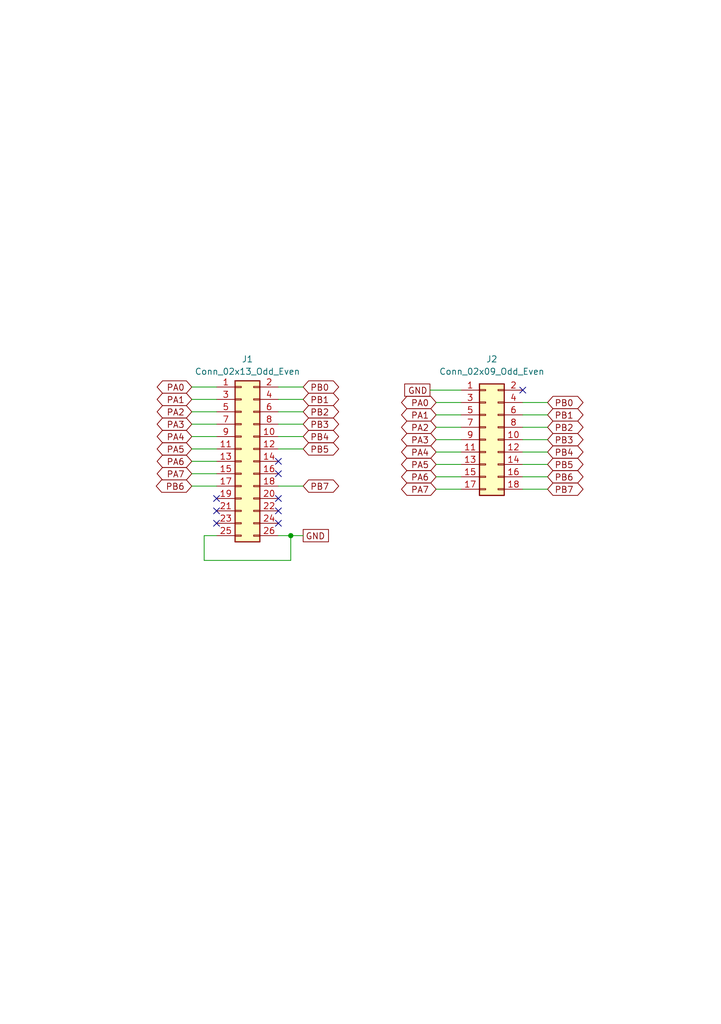
<source format=kicad_sch>
(kicad_sch (version 20230121) (generator eeschema)

  (uuid 8d5c1deb-8fff-42cc-a002-2d47c5944a37)

  (paper "A5" portrait)

  (lib_symbols
    (symbol "Connector_Generic:Conn_02x09_Odd_Even" (pin_names (offset 1.016) hide) (in_bom yes) (on_board yes)
      (property "Reference" "J" (at 1.27 12.7 0)
        (effects (font (size 1.27 1.27)))
      )
      (property "Value" "Conn_02x09_Odd_Even" (at 1.27 -12.7 0)
        (effects (font (size 1.27 1.27)))
      )
      (property "Footprint" "" (at 0 0 0)
        (effects (font (size 1.27 1.27)) hide)
      )
      (property "Datasheet" "~" (at 0 0 0)
        (effects (font (size 1.27 1.27)) hide)
      )
      (property "ki_keywords" "connector" (at 0 0 0)
        (effects (font (size 1.27 1.27)) hide)
      )
      (property "ki_description" "Generic connector, double row, 02x09, odd/even pin numbering scheme (row 1 odd numbers, row 2 even numbers), script generated (kicad-library-utils/schlib/autogen/connector/)" (at 0 0 0)
        (effects (font (size 1.27 1.27)) hide)
      )
      (property "ki_fp_filters" "Connector*:*_2x??_*" (at 0 0 0)
        (effects (font (size 1.27 1.27)) hide)
      )
      (symbol "Conn_02x09_Odd_Even_1_1"
        (rectangle (start -1.27 -10.033) (end 0 -10.287)
          (stroke (width 0.1524) (type default))
          (fill (type none))
        )
        (rectangle (start -1.27 -7.493) (end 0 -7.747)
          (stroke (width 0.1524) (type default))
          (fill (type none))
        )
        (rectangle (start -1.27 -4.953) (end 0 -5.207)
          (stroke (width 0.1524) (type default))
          (fill (type none))
        )
        (rectangle (start -1.27 -2.413) (end 0 -2.667)
          (stroke (width 0.1524) (type default))
          (fill (type none))
        )
        (rectangle (start -1.27 0.127) (end 0 -0.127)
          (stroke (width 0.1524) (type default))
          (fill (type none))
        )
        (rectangle (start -1.27 2.667) (end 0 2.413)
          (stroke (width 0.1524) (type default))
          (fill (type none))
        )
        (rectangle (start -1.27 5.207) (end 0 4.953)
          (stroke (width 0.1524) (type default))
          (fill (type none))
        )
        (rectangle (start -1.27 7.747) (end 0 7.493)
          (stroke (width 0.1524) (type default))
          (fill (type none))
        )
        (rectangle (start -1.27 10.287) (end 0 10.033)
          (stroke (width 0.1524) (type default))
          (fill (type none))
        )
        (rectangle (start -1.27 11.43) (end 3.81 -11.43)
          (stroke (width 0.254) (type default))
          (fill (type background))
        )
        (rectangle (start 3.81 -10.033) (end 2.54 -10.287)
          (stroke (width 0.1524) (type default))
          (fill (type none))
        )
        (rectangle (start 3.81 -7.493) (end 2.54 -7.747)
          (stroke (width 0.1524) (type default))
          (fill (type none))
        )
        (rectangle (start 3.81 -4.953) (end 2.54 -5.207)
          (stroke (width 0.1524) (type default))
          (fill (type none))
        )
        (rectangle (start 3.81 -2.413) (end 2.54 -2.667)
          (stroke (width 0.1524) (type default))
          (fill (type none))
        )
        (rectangle (start 3.81 0.127) (end 2.54 -0.127)
          (stroke (width 0.1524) (type default))
          (fill (type none))
        )
        (rectangle (start 3.81 2.667) (end 2.54 2.413)
          (stroke (width 0.1524) (type default))
          (fill (type none))
        )
        (rectangle (start 3.81 5.207) (end 2.54 4.953)
          (stroke (width 0.1524) (type default))
          (fill (type none))
        )
        (rectangle (start 3.81 7.747) (end 2.54 7.493)
          (stroke (width 0.1524) (type default))
          (fill (type none))
        )
        (rectangle (start 3.81 10.287) (end 2.54 10.033)
          (stroke (width 0.1524) (type default))
          (fill (type none))
        )
        (pin passive line (at -5.08 10.16 0) (length 3.81)
          (name "Pin_1" (effects (font (size 1.27 1.27))))
          (number "1" (effects (font (size 1.27 1.27))))
        )
        (pin passive line (at 7.62 0 180) (length 3.81)
          (name "Pin_10" (effects (font (size 1.27 1.27))))
          (number "10" (effects (font (size 1.27 1.27))))
        )
        (pin passive line (at -5.08 -2.54 0) (length 3.81)
          (name "Pin_11" (effects (font (size 1.27 1.27))))
          (number "11" (effects (font (size 1.27 1.27))))
        )
        (pin passive line (at 7.62 -2.54 180) (length 3.81)
          (name "Pin_12" (effects (font (size 1.27 1.27))))
          (number "12" (effects (font (size 1.27 1.27))))
        )
        (pin passive line (at -5.08 -5.08 0) (length 3.81)
          (name "Pin_13" (effects (font (size 1.27 1.27))))
          (number "13" (effects (font (size 1.27 1.27))))
        )
        (pin passive line (at 7.62 -5.08 180) (length 3.81)
          (name "Pin_14" (effects (font (size 1.27 1.27))))
          (number "14" (effects (font (size 1.27 1.27))))
        )
        (pin passive line (at -5.08 -7.62 0) (length 3.81)
          (name "Pin_15" (effects (font (size 1.27 1.27))))
          (number "15" (effects (font (size 1.27 1.27))))
        )
        (pin passive line (at 7.62 -7.62 180) (length 3.81)
          (name "Pin_16" (effects (font (size 1.27 1.27))))
          (number "16" (effects (font (size 1.27 1.27))))
        )
        (pin passive line (at -5.08 -10.16 0) (length 3.81)
          (name "Pin_17" (effects (font (size 1.27 1.27))))
          (number "17" (effects (font (size 1.27 1.27))))
        )
        (pin passive line (at 7.62 -10.16 180) (length 3.81)
          (name "Pin_18" (effects (font (size 1.27 1.27))))
          (number "18" (effects (font (size 1.27 1.27))))
        )
        (pin passive line (at 7.62 10.16 180) (length 3.81)
          (name "Pin_2" (effects (font (size 1.27 1.27))))
          (number "2" (effects (font (size 1.27 1.27))))
        )
        (pin passive line (at -5.08 7.62 0) (length 3.81)
          (name "Pin_3" (effects (font (size 1.27 1.27))))
          (number "3" (effects (font (size 1.27 1.27))))
        )
        (pin passive line (at 7.62 7.62 180) (length 3.81)
          (name "Pin_4" (effects (font (size 1.27 1.27))))
          (number "4" (effects (font (size 1.27 1.27))))
        )
        (pin passive line (at -5.08 5.08 0) (length 3.81)
          (name "Pin_5" (effects (font (size 1.27 1.27))))
          (number "5" (effects (font (size 1.27 1.27))))
        )
        (pin passive line (at 7.62 5.08 180) (length 3.81)
          (name "Pin_6" (effects (font (size 1.27 1.27))))
          (number "6" (effects (font (size 1.27 1.27))))
        )
        (pin passive line (at -5.08 2.54 0) (length 3.81)
          (name "Pin_7" (effects (font (size 1.27 1.27))))
          (number "7" (effects (font (size 1.27 1.27))))
        )
        (pin passive line (at 7.62 2.54 180) (length 3.81)
          (name "Pin_8" (effects (font (size 1.27 1.27))))
          (number "8" (effects (font (size 1.27 1.27))))
        )
        (pin passive line (at -5.08 0 0) (length 3.81)
          (name "Pin_9" (effects (font (size 1.27 1.27))))
          (number "9" (effects (font (size 1.27 1.27))))
        )
      )
    )
    (symbol "Connector_Generic:Conn_02x13_Odd_Even" (pin_names (offset 1.016) hide) (in_bom yes) (on_board yes)
      (property "Reference" "J" (at 1.27 17.78 0)
        (effects (font (size 1.27 1.27)))
      )
      (property "Value" "Conn_02x13_Odd_Even" (at 1.27 -17.78 0)
        (effects (font (size 1.27 1.27)))
      )
      (property "Footprint" "" (at 0 0 0)
        (effects (font (size 1.27 1.27)) hide)
      )
      (property "Datasheet" "~" (at 0 0 0)
        (effects (font (size 1.27 1.27)) hide)
      )
      (property "ki_keywords" "connector" (at 0 0 0)
        (effects (font (size 1.27 1.27)) hide)
      )
      (property "ki_description" "Generic connector, double row, 02x13, odd/even pin numbering scheme (row 1 odd numbers, row 2 even numbers), script generated (kicad-library-utils/schlib/autogen/connector/)" (at 0 0 0)
        (effects (font (size 1.27 1.27)) hide)
      )
      (property "ki_fp_filters" "Connector*:*_2x??_*" (at 0 0 0)
        (effects (font (size 1.27 1.27)) hide)
      )
      (symbol "Conn_02x13_Odd_Even_1_1"
        (rectangle (start -1.27 -15.113) (end 0 -15.367)
          (stroke (width 0.1524) (type default))
          (fill (type none))
        )
        (rectangle (start -1.27 -12.573) (end 0 -12.827)
          (stroke (width 0.1524) (type default))
          (fill (type none))
        )
        (rectangle (start -1.27 -10.033) (end 0 -10.287)
          (stroke (width 0.1524) (type default))
          (fill (type none))
        )
        (rectangle (start -1.27 -7.493) (end 0 -7.747)
          (stroke (width 0.1524) (type default))
          (fill (type none))
        )
        (rectangle (start -1.27 -4.953) (end 0 -5.207)
          (stroke (width 0.1524) (type default))
          (fill (type none))
        )
        (rectangle (start -1.27 -2.413) (end 0 -2.667)
          (stroke (width 0.1524) (type default))
          (fill (type none))
        )
        (rectangle (start -1.27 0.127) (end 0 -0.127)
          (stroke (width 0.1524) (type default))
          (fill (type none))
        )
        (rectangle (start -1.27 2.667) (end 0 2.413)
          (stroke (width 0.1524) (type default))
          (fill (type none))
        )
        (rectangle (start -1.27 5.207) (end 0 4.953)
          (stroke (width 0.1524) (type default))
          (fill (type none))
        )
        (rectangle (start -1.27 7.747) (end 0 7.493)
          (stroke (width 0.1524) (type default))
          (fill (type none))
        )
        (rectangle (start -1.27 10.287) (end 0 10.033)
          (stroke (width 0.1524) (type default))
          (fill (type none))
        )
        (rectangle (start -1.27 12.827) (end 0 12.573)
          (stroke (width 0.1524) (type default))
          (fill (type none))
        )
        (rectangle (start -1.27 15.367) (end 0 15.113)
          (stroke (width 0.1524) (type default))
          (fill (type none))
        )
        (rectangle (start -1.27 16.51) (end 3.81 -16.51)
          (stroke (width 0.254) (type default))
          (fill (type background))
        )
        (rectangle (start 3.81 -15.113) (end 2.54 -15.367)
          (stroke (width 0.1524) (type default))
          (fill (type none))
        )
        (rectangle (start 3.81 -12.573) (end 2.54 -12.827)
          (stroke (width 0.1524) (type default))
          (fill (type none))
        )
        (rectangle (start 3.81 -10.033) (end 2.54 -10.287)
          (stroke (width 0.1524) (type default))
          (fill (type none))
        )
        (rectangle (start 3.81 -7.493) (end 2.54 -7.747)
          (stroke (width 0.1524) (type default))
          (fill (type none))
        )
        (rectangle (start 3.81 -4.953) (end 2.54 -5.207)
          (stroke (width 0.1524) (type default))
          (fill (type none))
        )
        (rectangle (start 3.81 -2.413) (end 2.54 -2.667)
          (stroke (width 0.1524) (type default))
          (fill (type none))
        )
        (rectangle (start 3.81 0.127) (end 2.54 -0.127)
          (stroke (width 0.1524) (type default))
          (fill (type none))
        )
        (rectangle (start 3.81 2.667) (end 2.54 2.413)
          (stroke (width 0.1524) (type default))
          (fill (type none))
        )
        (rectangle (start 3.81 5.207) (end 2.54 4.953)
          (stroke (width 0.1524) (type default))
          (fill (type none))
        )
        (rectangle (start 3.81 7.747) (end 2.54 7.493)
          (stroke (width 0.1524) (type default))
          (fill (type none))
        )
        (rectangle (start 3.81 10.287) (end 2.54 10.033)
          (stroke (width 0.1524) (type default))
          (fill (type none))
        )
        (rectangle (start 3.81 12.827) (end 2.54 12.573)
          (stroke (width 0.1524) (type default))
          (fill (type none))
        )
        (rectangle (start 3.81 15.367) (end 2.54 15.113)
          (stroke (width 0.1524) (type default))
          (fill (type none))
        )
        (pin passive line (at -5.08 15.24 0) (length 3.81)
          (name "Pin_1" (effects (font (size 1.27 1.27))))
          (number "1" (effects (font (size 1.27 1.27))))
        )
        (pin passive line (at 7.62 5.08 180) (length 3.81)
          (name "Pin_10" (effects (font (size 1.27 1.27))))
          (number "10" (effects (font (size 1.27 1.27))))
        )
        (pin passive line (at -5.08 2.54 0) (length 3.81)
          (name "Pin_11" (effects (font (size 1.27 1.27))))
          (number "11" (effects (font (size 1.27 1.27))))
        )
        (pin passive line (at 7.62 2.54 180) (length 3.81)
          (name "Pin_12" (effects (font (size 1.27 1.27))))
          (number "12" (effects (font (size 1.27 1.27))))
        )
        (pin passive line (at -5.08 0 0) (length 3.81)
          (name "Pin_13" (effects (font (size 1.27 1.27))))
          (number "13" (effects (font (size 1.27 1.27))))
        )
        (pin passive line (at 7.62 0 180) (length 3.81)
          (name "Pin_14" (effects (font (size 1.27 1.27))))
          (number "14" (effects (font (size 1.27 1.27))))
        )
        (pin passive line (at -5.08 -2.54 0) (length 3.81)
          (name "Pin_15" (effects (font (size 1.27 1.27))))
          (number "15" (effects (font (size 1.27 1.27))))
        )
        (pin passive line (at 7.62 -2.54 180) (length 3.81)
          (name "Pin_16" (effects (font (size 1.27 1.27))))
          (number "16" (effects (font (size 1.27 1.27))))
        )
        (pin passive line (at -5.08 -5.08 0) (length 3.81)
          (name "Pin_17" (effects (font (size 1.27 1.27))))
          (number "17" (effects (font (size 1.27 1.27))))
        )
        (pin passive line (at 7.62 -5.08 180) (length 3.81)
          (name "Pin_18" (effects (font (size 1.27 1.27))))
          (number "18" (effects (font (size 1.27 1.27))))
        )
        (pin passive line (at -5.08 -7.62 0) (length 3.81)
          (name "Pin_19" (effects (font (size 1.27 1.27))))
          (number "19" (effects (font (size 1.27 1.27))))
        )
        (pin passive line (at 7.62 15.24 180) (length 3.81)
          (name "Pin_2" (effects (font (size 1.27 1.27))))
          (number "2" (effects (font (size 1.27 1.27))))
        )
        (pin passive line (at 7.62 -7.62 180) (length 3.81)
          (name "Pin_20" (effects (font (size 1.27 1.27))))
          (number "20" (effects (font (size 1.27 1.27))))
        )
        (pin passive line (at -5.08 -10.16 0) (length 3.81)
          (name "Pin_21" (effects (font (size 1.27 1.27))))
          (number "21" (effects (font (size 1.27 1.27))))
        )
        (pin passive line (at 7.62 -10.16 180) (length 3.81)
          (name "Pin_22" (effects (font (size 1.27 1.27))))
          (number "22" (effects (font (size 1.27 1.27))))
        )
        (pin passive line (at -5.08 -12.7 0) (length 3.81)
          (name "Pin_23" (effects (font (size 1.27 1.27))))
          (number "23" (effects (font (size 1.27 1.27))))
        )
        (pin passive line (at 7.62 -12.7 180) (length 3.81)
          (name "Pin_24" (effects (font (size 1.27 1.27))))
          (number "24" (effects (font (size 1.27 1.27))))
        )
        (pin passive line (at -5.08 -15.24 0) (length 3.81)
          (name "Pin_25" (effects (font (size 1.27 1.27))))
          (number "25" (effects (font (size 1.27 1.27))))
        )
        (pin passive line (at 7.62 -15.24 180) (length 3.81)
          (name "Pin_26" (effects (font (size 1.27 1.27))))
          (number "26" (effects (font (size 1.27 1.27))))
        )
        (pin passive line (at -5.08 12.7 0) (length 3.81)
          (name "Pin_3" (effects (font (size 1.27 1.27))))
          (number "3" (effects (font (size 1.27 1.27))))
        )
        (pin passive line (at 7.62 12.7 180) (length 3.81)
          (name "Pin_4" (effects (font (size 1.27 1.27))))
          (number "4" (effects (font (size 1.27 1.27))))
        )
        (pin passive line (at -5.08 10.16 0) (length 3.81)
          (name "Pin_5" (effects (font (size 1.27 1.27))))
          (number "5" (effects (font (size 1.27 1.27))))
        )
        (pin passive line (at 7.62 10.16 180) (length 3.81)
          (name "Pin_6" (effects (font (size 1.27 1.27))))
          (number "6" (effects (font (size 1.27 1.27))))
        )
        (pin passive line (at -5.08 7.62 0) (length 3.81)
          (name "Pin_7" (effects (font (size 1.27 1.27))))
          (number "7" (effects (font (size 1.27 1.27))))
        )
        (pin passive line (at 7.62 7.62 180) (length 3.81)
          (name "Pin_8" (effects (font (size 1.27 1.27))))
          (number "8" (effects (font (size 1.27 1.27))))
        )
        (pin passive line (at -5.08 5.08 0) (length 3.81)
          (name "Pin_9" (effects (font (size 1.27 1.27))))
          (number "9" (effects (font (size 1.27 1.27))))
        )
      )
    )
  )

  (junction (at 59.69 109.855) (diameter 0) (color 0 0 0 0)
    (uuid ff538c56-b88e-4971-9bfd-fc22627dd00d)
  )

  (no_connect (at 44.45 107.315) (uuid 2e6ac81b-7542-41d8-a52f-ed84c878070c))
  (no_connect (at 107.315 80.01) (uuid 32b92036-c729-4400-8e53-efbad825f7a4))
  (no_connect (at 44.45 102.235) (uuid 6bd386f2-8f14-403c-855d-8e4cf2e1c989))
  (no_connect (at 57.15 97.155) (uuid 6fbe7a14-66d9-4421-9fda-f4fd8c843a13))
  (no_connect (at 57.15 102.235) (uuid 810bb290-b737-406b-a947-be71dc4a782a))
  (no_connect (at 57.15 107.315) (uuid 81816027-7132-4e89-abd1-180f045b7249))
  (no_connect (at 44.45 104.775) (uuid a6896f43-fadb-4b1d-b369-900e1939e62a))
  (no_connect (at 57.15 104.775) (uuid e49349b2-0dee-40d8-83f7-905391bee25d))
  (no_connect (at 57.15 94.615) (uuid f234a040-6934-46ea-9671-1dead6b8266e))

  (wire (pts (xy 59.69 109.855) (xy 57.15 109.855))
    (stroke (width 0) (type default))
    (uuid 1c7c477d-f777-4be2-95ef-cfcc4009d250)
  )
  (wire (pts (xy 39.37 81.915) (xy 44.45 81.915))
    (stroke (width 0) (type default))
    (uuid 1d2c20aa-b73d-40a5-8f7c-038c82692ae3)
  )
  (wire (pts (xy 89.535 97.79) (xy 94.615 97.79))
    (stroke (width 0) (type default))
    (uuid 29b8cb43-5020-4a5b-a591-65303889158a)
  )
  (wire (pts (xy 89.535 95.25) (xy 94.615 95.25))
    (stroke (width 0) (type default))
    (uuid 2be1671d-9bdf-4a94-a621-3b3b8fdaf69d)
  )
  (wire (pts (xy 44.45 109.855) (xy 41.91 109.855))
    (stroke (width 0) (type default))
    (uuid 2d636e16-40de-4249-bb08-62a3da7a17a8)
  )
  (wire (pts (xy 59.69 114.935) (xy 59.69 109.855))
    (stroke (width 0) (type default))
    (uuid 32342f38-eb85-4d5c-9a51-005893f76983)
  )
  (wire (pts (xy 89.535 100.33) (xy 94.615 100.33))
    (stroke (width 0) (type default))
    (uuid 32a81963-17e3-41db-90c7-c759811bb987)
  )
  (wire (pts (xy 57.15 84.455) (xy 62.23 84.455))
    (stroke (width 0) (type default))
    (uuid 3f3f5ef8-f0f5-4cc5-a663-1710c158c84e)
  )
  (wire (pts (xy 59.69 109.855) (xy 62.23 109.855))
    (stroke (width 0) (type default))
    (uuid 618a52e5-f318-47eb-9da1-55fd7148ea24)
  )
  (wire (pts (xy 39.37 97.155) (xy 44.45 97.155))
    (stroke (width 0) (type default))
    (uuid 651d51de-0ede-4a9f-b7f4-50151f587f0c)
  )
  (wire (pts (xy 57.15 86.995) (xy 62.23 86.995))
    (stroke (width 0) (type default))
    (uuid 729f31c4-3f26-426b-8ec1-f83df5585d99)
  )
  (wire (pts (xy 39.37 94.615) (xy 44.45 94.615))
    (stroke (width 0) (type default))
    (uuid 74237c9e-2a52-4d84-ac7b-211d7b888c9f)
  )
  (wire (pts (xy 39.37 92.075) (xy 44.45 92.075))
    (stroke (width 0) (type default))
    (uuid 742bec30-cad8-4386-8404-f8f7b598a272)
  )
  (wire (pts (xy 39.37 79.375) (xy 44.45 79.375))
    (stroke (width 0) (type default))
    (uuid 75493584-cd5f-4bdb-8522-068404d72d7d)
  )
  (wire (pts (xy 107.315 95.25) (xy 112.395 95.25))
    (stroke (width 0) (type default))
    (uuid 7a947afa-3131-461b-bde7-be273b59018c)
  )
  (wire (pts (xy 107.315 97.79) (xy 112.395 97.79))
    (stroke (width 0) (type default))
    (uuid 87a6cf14-f09c-41f1-a0cb-558bc298d512)
  )
  (wire (pts (xy 107.315 92.71) (xy 112.395 92.71))
    (stroke (width 0) (type default))
    (uuid 8c025de2-f961-4282-9785-2658b69485bb)
  )
  (wire (pts (xy 57.15 92.075) (xy 62.23 92.075))
    (stroke (width 0) (type default))
    (uuid 951a81ad-21ac-47bf-973d-69bf2974a612)
  )
  (wire (pts (xy 88.265 80.01) (xy 94.615 80.01))
    (stroke (width 0) (type default))
    (uuid 976a6ed4-7f5b-4f20-9095-edc54989afda)
  )
  (wire (pts (xy 107.315 100.33) (xy 112.395 100.33))
    (stroke (width 0) (type default))
    (uuid 9911d130-f91c-40d4-9e04-00683d916a5c)
  )
  (wire (pts (xy 39.37 89.535) (xy 44.45 89.535))
    (stroke (width 0) (type default))
    (uuid 9d414bd4-63bb-47e8-9b9b-9e50af1e8b05)
  )
  (wire (pts (xy 89.535 92.71) (xy 94.615 92.71))
    (stroke (width 0) (type default))
    (uuid 9de35bea-fef2-4f79-a651-0b669ca749ef)
  )
  (wire (pts (xy 89.535 85.09) (xy 94.615 85.09))
    (stroke (width 0) (type default))
    (uuid a365ebd0-5fed-4cba-bffb-94812feaf4a2)
  )
  (wire (pts (xy 57.15 89.535) (xy 62.23 89.535))
    (stroke (width 0) (type default))
    (uuid a9453ef8-bcac-4795-b85f-bcec872c6034)
  )
  (wire (pts (xy 107.315 87.63) (xy 112.395 87.63))
    (stroke (width 0) (type default))
    (uuid abba0cf3-dd56-472e-9ef2-b61b1e7ab0b0)
  )
  (wire (pts (xy 57.15 79.375) (xy 62.23 79.375))
    (stroke (width 0) (type default))
    (uuid ae3e167c-bb11-49be-86e3-52b714b821c3)
  )
  (wire (pts (xy 107.315 85.09) (xy 112.395 85.09))
    (stroke (width 0) (type default))
    (uuid b351b6cb-d7c2-446a-a52c-d28697c44187)
  )
  (wire (pts (xy 57.15 99.695) (xy 62.23 99.695))
    (stroke (width 0) (type default))
    (uuid bf289d2d-b759-4329-9e45-5bd1b4481517)
  )
  (wire (pts (xy 41.91 114.935) (xy 59.69 114.935))
    (stroke (width 0) (type default))
    (uuid bf5bdc87-b4aa-4a08-b3e8-e91a0e81b454)
  )
  (wire (pts (xy 89.535 87.63) (xy 94.615 87.63))
    (stroke (width 0) (type default))
    (uuid c5add846-89ed-4d5e-925c-9641583ae055)
  )
  (wire (pts (xy 39.37 86.995) (xy 44.45 86.995))
    (stroke (width 0) (type default))
    (uuid c8a85d7d-a610-4e05-997d-c45a72d93767)
  )
  (wire (pts (xy 57.15 81.915) (xy 62.23 81.915))
    (stroke (width 0) (type default))
    (uuid cfe41b1f-a1d0-4c70-b4ce-93d3cff27762)
  )
  (wire (pts (xy 89.535 90.17) (xy 94.615 90.17))
    (stroke (width 0) (type default))
    (uuid d188b52b-8c04-40a9-bc20-e21b896093fb)
  )
  (wire (pts (xy 39.37 99.695) (xy 44.45 99.695))
    (stroke (width 0) (type default))
    (uuid d551a544-cd8c-4090-9cd3-8487a1af0bfc)
  )
  (wire (pts (xy 107.315 82.55) (xy 112.395 82.55))
    (stroke (width 0) (type default))
    (uuid d88b1572-755c-4453-b95a-c65f0a98ed5d)
  )
  (wire (pts (xy 89.535 82.55) (xy 94.615 82.55))
    (stroke (width 0) (type default))
    (uuid e00f1377-8b61-4a9d-b929-c68b0c52dd27)
  )
  (wire (pts (xy 41.91 109.855) (xy 41.91 114.935))
    (stroke (width 0) (type default))
    (uuid e9286b15-a683-434b-b0dd-2f32a7d7e1c2)
  )
  (wire (pts (xy 107.315 90.17) (xy 112.395 90.17))
    (stroke (width 0) (type default))
    (uuid fa544fe0-451a-4f78-ab3e-946ca6833399)
  )
  (wire (pts (xy 39.37 84.455) (xy 44.45 84.455))
    (stroke (width 0) (type default))
    (uuid ffa0b160-12d9-4192-a9d7-570ef8a3abcb)
  )

  (global_label "PA7" (shape bidirectional) (at 89.535 100.33 180) (fields_autoplaced)
    (effects (font (size 1.27 1.27)) (justify right))
    (uuid 07178b50-04f6-4cb5-a219-157c38f7f712)
    (property "Intersheetrefs" "${INTERSHEET_REFS}" (at 81.8704 100.33 0)
      (effects (font (size 1.27 1.27)) (justify right) hide)
    )
  )
  (global_label "PB1" (shape bidirectional) (at 112.395 85.09 0) (fields_autoplaced)
    (effects (font (size 1.27 1.27)) (justify left))
    (uuid 0f903f21-3161-48d4-a0b6-d66b5799fe06)
    (property "Intersheetrefs" "${INTERSHEET_REFS}" (at 120.241 85.09 0)
      (effects (font (size 1.27 1.27)) (justify left) hide)
    )
  )
  (global_label "PA6" (shape bidirectional) (at 89.535 97.79 180) (fields_autoplaced)
    (effects (font (size 1.27 1.27)) (justify right))
    (uuid 18ad9b34-a35b-4b55-90e9-a7668f92c0d6)
    (property "Intersheetrefs" "${INTERSHEET_REFS}" (at 81.8704 97.79 0)
      (effects (font (size 1.27 1.27)) (justify right) hide)
    )
  )
  (global_label "GND" (shape passive) (at 62.23 109.855 0) (fields_autoplaced)
    (effects (font (size 1.27 1.27)) (justify left))
    (uuid 1a32c7be-de67-4147-8389-8645fdaa66bd)
    (property "Intersheetrefs" "${INTERSHEET_REFS}" (at 67.9744 109.855 0)
      (effects (font (size 1.27 1.27)) (justify left) hide)
    )
  )
  (global_label "PB2" (shape bidirectional) (at 112.395 87.63 0) (fields_autoplaced)
    (effects (font (size 1.27 1.27)) (justify left))
    (uuid 251a84d9-2b57-42ed-a013-eebb8fd27625)
    (property "Intersheetrefs" "${INTERSHEET_REFS}" (at 120.241 87.63 0)
      (effects (font (size 1.27 1.27)) (justify left) hide)
    )
  )
  (global_label "PA3" (shape bidirectional) (at 89.535 90.17 180) (fields_autoplaced)
    (effects (font (size 1.27 1.27)) (justify right))
    (uuid 2bd18e5f-88db-421a-82b3-bab8a86c1a5f)
    (property "Intersheetrefs" "${INTERSHEET_REFS}" (at 81.8704 90.17 0)
      (effects (font (size 1.27 1.27)) (justify right) hide)
    )
  )
  (global_label "PB7" (shape bidirectional) (at 112.395 100.33 0) (fields_autoplaced)
    (effects (font (size 1.27 1.27)) (justify left))
    (uuid 2d4cc7eb-152c-4608-96a2-2e3b685a598a)
    (property "Intersheetrefs" "${INTERSHEET_REFS}" (at 120.241 100.33 0)
      (effects (font (size 1.27 1.27)) (justify left) hide)
    )
  )
  (global_label "PA5" (shape bidirectional) (at 89.535 95.25 180) (fields_autoplaced)
    (effects (font (size 1.27 1.27)) (justify right))
    (uuid 2d97c74c-fac4-4a08-b914-3c4e824f9a71)
    (property "Intersheetrefs" "${INTERSHEET_REFS}" (at 81.8704 95.25 0)
      (effects (font (size 1.27 1.27)) (justify right) hide)
    )
  )
  (global_label "PB6" (shape bidirectional) (at 39.37 99.695 180) (fields_autoplaced)
    (effects (font (size 1.27 1.27)) (justify right))
    (uuid 2f61ec5b-58b9-4603-bb1b-d628861b91ee)
    (property "Intersheetrefs" "${INTERSHEET_REFS}" (at 31.524 99.695 0)
      (effects (font (size 1.27 1.27)) (justify right) hide)
    )
  )
  (global_label "PA3" (shape bidirectional) (at 39.37 86.995 180) (fields_autoplaced)
    (effects (font (size 1.27 1.27)) (justify right))
    (uuid 2fd0ff08-8606-4a4f-9bb1-8619b11734f9)
    (property "Intersheetrefs" "${INTERSHEET_REFS}" (at 31.7054 86.995 0)
      (effects (font (size 1.27 1.27)) (justify right) hide)
    )
  )
  (global_label "PB1" (shape bidirectional) (at 62.23 81.915 0) (fields_autoplaced)
    (effects (font (size 1.27 1.27)) (justify left))
    (uuid 3f3303ff-9d59-4ccf-a4e3-a1150f9bd7cd)
    (property "Intersheetrefs" "${INTERSHEET_REFS}" (at 70.076 81.915 0)
      (effects (font (size 1.27 1.27)) (justify left) hide)
    )
  )
  (global_label "PB4" (shape bidirectional) (at 112.395 92.71 0) (fields_autoplaced)
    (effects (font (size 1.27 1.27)) (justify left))
    (uuid 4195e35f-410d-436b-baad-5e6bda66e897)
    (property "Intersheetrefs" "${INTERSHEET_REFS}" (at 120.241 92.71 0)
      (effects (font (size 1.27 1.27)) (justify left) hide)
    )
  )
  (global_label "PB5" (shape bidirectional) (at 112.395 95.25 0) (fields_autoplaced)
    (effects (font (size 1.27 1.27)) (justify left))
    (uuid 495275c3-0934-4d5d-861d-eee7403a299c)
    (property "Intersheetrefs" "${INTERSHEET_REFS}" (at 120.241 95.25 0)
      (effects (font (size 1.27 1.27)) (justify left) hide)
    )
  )
  (global_label "PA4" (shape bidirectional) (at 89.535 92.71 180) (fields_autoplaced)
    (effects (font (size 1.27 1.27)) (justify right))
    (uuid 4d0c9eea-acd7-431c-8547-79cfa4444f33)
    (property "Intersheetrefs" "${INTERSHEET_REFS}" (at 81.8704 92.71 0)
      (effects (font (size 1.27 1.27)) (justify right) hide)
    )
  )
  (global_label "PA0" (shape bidirectional) (at 89.535 82.55 180) (fields_autoplaced)
    (effects (font (size 1.27 1.27)) (justify right))
    (uuid 50b986af-6932-44bb-bba4-7314d631b2ce)
    (property "Intersheetrefs" "${INTERSHEET_REFS}" (at 81.8704 82.55 0)
      (effects (font (size 1.27 1.27)) (justify right) hide)
    )
  )
  (global_label "PB2" (shape bidirectional) (at 62.23 84.455 0) (fields_autoplaced)
    (effects (font (size 1.27 1.27)) (justify left))
    (uuid 7b078a3a-17c8-4d8d-b187-0207575468ef)
    (property "Intersheetrefs" "${INTERSHEET_REFS}" (at 70.076 84.455 0)
      (effects (font (size 1.27 1.27)) (justify left) hide)
    )
  )
  (global_label "PA0" (shape bidirectional) (at 39.37 79.375 180) (fields_autoplaced)
    (effects (font (size 1.27 1.27)) (justify right))
    (uuid 8c5c7deb-d6f5-4359-bdc6-808c52b490d8)
    (property "Intersheetrefs" "${INTERSHEET_REFS}" (at 31.7054 79.375 0)
      (effects (font (size 1.27 1.27)) (justify right) hide)
    )
  )
  (global_label "PB6" (shape bidirectional) (at 112.395 97.79 0) (fields_autoplaced)
    (effects (font (size 1.27 1.27)) (justify left))
    (uuid 8cb85423-5be9-4b37-9bf6-2f3ab1d74cd8)
    (property "Intersheetrefs" "${INTERSHEET_REFS}" (at 120.241 97.79 0)
      (effects (font (size 1.27 1.27)) (justify left) hide)
    )
  )
  (global_label "PA6" (shape bidirectional) (at 39.37 94.615 180) (fields_autoplaced)
    (effects (font (size 1.27 1.27)) (justify right))
    (uuid 93f4630b-df5a-420d-aec5-43c1f11bfa6a)
    (property "Intersheetrefs" "${INTERSHEET_REFS}" (at 31.7054 94.615 0)
      (effects (font (size 1.27 1.27)) (justify right) hide)
    )
  )
  (global_label "PA2" (shape bidirectional) (at 89.535 87.63 180) (fields_autoplaced)
    (effects (font (size 1.27 1.27)) (justify right))
    (uuid acf4e8a8-e71e-407e-9882-308234ae79cb)
    (property "Intersheetrefs" "${INTERSHEET_REFS}" (at 81.8704 87.63 0)
      (effects (font (size 1.27 1.27)) (justify right) hide)
    )
  )
  (global_label "PB4" (shape bidirectional) (at 62.23 89.535 0) (fields_autoplaced)
    (effects (font (size 1.27 1.27)) (justify left))
    (uuid b31a5970-43ca-4b3a-9c57-a57ffee60e83)
    (property "Intersheetrefs" "${INTERSHEET_REFS}" (at 70.076 89.535 0)
      (effects (font (size 1.27 1.27)) (justify left) hide)
    )
  )
  (global_label "PA2" (shape bidirectional) (at 39.37 84.455 180) (fields_autoplaced)
    (effects (font (size 1.27 1.27)) (justify right))
    (uuid b31ebdeb-544f-4848-8c79-330b410bbe4b)
    (property "Intersheetrefs" "${INTERSHEET_REFS}" (at 31.7054 84.455 0)
      (effects (font (size 1.27 1.27)) (justify right) hide)
    )
  )
  (global_label "PB0" (shape bidirectional) (at 112.395 82.55 0) (fields_autoplaced)
    (effects (font (size 1.27 1.27)) (justify left))
    (uuid bae6306f-ebe8-4263-a682-92939c86d8c6)
    (property "Intersheetrefs" "${INTERSHEET_REFS}" (at 120.241 82.55 0)
      (effects (font (size 1.27 1.27)) (justify left) hide)
    )
  )
  (global_label "PA1" (shape bidirectional) (at 39.37 81.915 180) (fields_autoplaced)
    (effects (font (size 1.27 1.27)) (justify right))
    (uuid bb2b9a1a-69a3-453a-ae5a-5a50b092708b)
    (property "Intersheetrefs" "${INTERSHEET_REFS}" (at 31.7054 81.915 0)
      (effects (font (size 1.27 1.27)) (justify right) hide)
    )
  )
  (global_label "PB3" (shape bidirectional) (at 112.395 90.17 0) (fields_autoplaced)
    (effects (font (size 1.27 1.27)) (justify left))
    (uuid de0b437d-7509-47e8-aee3-371197e3c747)
    (property "Intersheetrefs" "${INTERSHEET_REFS}" (at 120.241 90.17 0)
      (effects (font (size 1.27 1.27)) (justify left) hide)
    )
  )
  (global_label "PA7" (shape bidirectional) (at 39.37 97.155 180) (fields_autoplaced)
    (effects (font (size 1.27 1.27)) (justify right))
    (uuid de278998-dc5d-437a-aebe-fbf081601d14)
    (property "Intersheetrefs" "${INTERSHEET_REFS}" (at 31.7054 97.155 0)
      (effects (font (size 1.27 1.27)) (justify right) hide)
    )
  )
  (global_label "PB0" (shape bidirectional) (at 62.23 79.375 0) (fields_autoplaced)
    (effects (font (size 1.27 1.27)) (justify left))
    (uuid de76ea8e-03a0-4074-8d1a-9c46e3f567a2)
    (property "Intersheetrefs" "${INTERSHEET_REFS}" (at 70.076 79.375 0)
      (effects (font (size 1.27 1.27)) (justify left) hide)
    )
  )
  (global_label "PB7" (shape bidirectional) (at 62.23 99.695 0) (fields_autoplaced)
    (effects (font (size 1.27 1.27)) (justify left))
    (uuid dfd30f02-56c1-4dfa-b244-70359c9026ad)
    (property "Intersheetrefs" "${INTERSHEET_REFS}" (at 70.076 99.695 0)
      (effects (font (size 1.27 1.27)) (justify left) hide)
    )
  )
  (global_label "GND" (shape passive) (at 88.265 80.01 180) (fields_autoplaced)
    (effects (font (size 1.27 1.27)) (justify right))
    (uuid e02b5ef7-0c0b-41db-9b2b-8022082bbcb2)
    (property "Intersheetrefs" "${INTERSHEET_REFS}" (at 82.5206 80.01 0)
      (effects (font (size 1.27 1.27)) (justify right) hide)
    )
  )
  (global_label "PB3" (shape bidirectional) (at 62.23 86.995 0) (fields_autoplaced)
    (effects (font (size 1.27 1.27)) (justify left))
    (uuid e2c700b8-8c98-4b06-a964-dcfd22d3adb1)
    (property "Intersheetrefs" "${INTERSHEET_REFS}" (at 70.076 86.995 0)
      (effects (font (size 1.27 1.27)) (justify left) hide)
    )
  )
  (global_label "PA4" (shape bidirectional) (at 39.37 89.535 180) (fields_autoplaced)
    (effects (font (size 1.27 1.27)) (justify right))
    (uuid ead3dca1-7d63-486d-9ffa-3f66d59a9c53)
    (property "Intersheetrefs" "${INTERSHEET_REFS}" (at 31.7054 89.535 0)
      (effects (font (size 1.27 1.27)) (justify right) hide)
    )
  )
  (global_label "PB5" (shape bidirectional) (at 62.23 92.075 0) (fields_autoplaced)
    (effects (font (size 1.27 1.27)) (justify left))
    (uuid f0d36520-48cd-416f-b616-71c6872a38c3)
    (property "Intersheetrefs" "${INTERSHEET_REFS}" (at 70.076 92.075 0)
      (effects (font (size 1.27 1.27)) (justify left) hide)
    )
  )
  (global_label "PA5" (shape bidirectional) (at 39.37 92.075 180) (fields_autoplaced)
    (effects (font (size 1.27 1.27)) (justify right))
    (uuid fb36a7da-a4c4-4606-9c43-78a83345b7b2)
    (property "Intersheetrefs" "${INTERSHEET_REFS}" (at 31.7054 92.075 0)
      (effects (font (size 1.27 1.27)) (justify right) hide)
    )
  )
  (global_label "PA1" (shape bidirectional) (at 89.535 85.09 180) (fields_autoplaced)
    (effects (font (size 1.27 1.27)) (justify right))
    (uuid fdd5ab07-7665-4fab-a91e-e264c969653a)
    (property "Intersheetrefs" "${INTERSHEET_REFS}" (at 81.8704 85.09 0)
      (effects (font (size 1.27 1.27)) (justify right) hide)
    )
  )

  (symbol (lib_id "Connector_Generic:Conn_02x09_Odd_Even") (at 99.695 90.17 0) (unit 1)
    (in_bom yes) (on_board yes) (dnp no) (fields_autoplaced)
    (uuid 42db5d14-3691-40b4-9c0a-9d3c995caf57)
    (property "Reference" "J2" (at 100.965 73.66 0)
      (effects (font (size 1.27 1.27)))
    )
    (property "Value" "Conn_02x09_Odd_Even" (at 100.965 76.2 0)
      (effects (font (size 1.27 1.27)))
    )
    (property "Footprint" "Connector:PinSocket_2x09_P2.54mm_Horizontal" (at 99.695 90.17 0)
      (effects (font (size 1.27 1.27)) hide)
    )
    (property "Datasheet" "~" (at 99.695 90.17 0)
      (effects (font (size 1.27 1.27)) hide)
    )
    (pin "6" (uuid c48d4f0b-4fca-4fa7-b67f-96c8187b94f9))
    (pin "11" (uuid 73949608-903e-4f4a-bbc5-c0cd5b188ea6))
    (pin "7" (uuid 0d6d9a14-e142-4344-a496-d317ecfabfab))
    (pin "12" (uuid fbf211a3-e995-45e5-a5c2-2b9656982073))
    (pin "9" (uuid 2cd52bc7-9168-4fd0-87d6-9554d9ddba1e))
    (pin "4" (uuid 7e1c2d98-4835-40be-939e-aca55965f272))
    (pin "2" (uuid c28e2dcc-4bb1-4746-aaca-107779b6c7ed))
    (pin "1" (uuid 9eb16760-d0ec-47f8-9847-d5487793f670))
    (pin "16" (uuid 1184c53e-980f-4cc6-b267-1af38c4cc11b))
    (pin "17" (uuid 23b1c99b-97e7-487b-a0b9-e841727f8758))
    (pin "8" (uuid 9c961c01-76d7-431c-926d-9e842bdc2edb))
    (pin "14" (uuid aa477a20-480f-403c-bd30-eb7b890bc369))
    (pin "13" (uuid 0bc31be8-1feb-4b69-84ac-72874ffaf223))
    (pin "15" (uuid 8e2229ff-a0bc-490d-bb48-386509b9f6e6))
    (pin "18" (uuid fb512de9-3957-488a-85f9-7e18ada01269))
    (pin "5" (uuid 9a8ddecf-c034-4dd5-a12f-13bd95c077fb))
    (pin "10" (uuid 0b1758ac-29a5-4288-a847-fe870f349c53))
    (pin "3" (uuid 41a36629-f329-419e-af9b-73db75b1bc0a))
    (instances
      (project "pal-2-sd-shield-adapter"
        (path "/8d5c1deb-8fff-42cc-a002-2d47c5944a37"
          (reference "J2") (unit 1)
        )
      )
    )
  )

  (symbol (lib_id "Connector_Generic:Conn_02x13_Odd_Even") (at 49.53 94.615 0) (unit 1)
    (in_bom yes) (on_board yes) (dnp no) (fields_autoplaced)
    (uuid 82f8074e-2cc0-41ae-82b9-2cc2e6355b77)
    (property "Reference" "J1" (at 50.8 73.66 0)
      (effects (font (size 1.27 1.27)))
    )
    (property "Value" "Conn_02x13_Odd_Even" (at 50.8 76.2 0)
      (effects (font (size 1.27 1.27)))
    )
    (property "Footprint" "Connector:IDC-Header_2x13_P2.54mm_Horizontal" (at 49.53 94.615 0)
      (effects (font (size 1.27 1.27)) hide)
    )
    (property "Datasheet" "~" (at 49.53 94.615 0)
      (effects (font (size 1.27 1.27)) hide)
    )
    (pin "21" (uuid 1b084d05-7c68-4234-a3ab-b9f9ffccd9a1))
    (pin "23" (uuid b9f15e95-acd0-4d7b-aa8c-561d073b7817))
    (pin "20" (uuid f2cc50c3-cf2d-48d6-a1b0-f3f59b4750bd))
    (pin "4" (uuid 2c049760-21f6-487a-8bbb-8d18c04515f5))
    (pin "6" (uuid f32b2731-9c83-4e6e-84a6-869cf9262985))
    (pin "10" (uuid c0a80f47-5a90-4e8e-9c75-013e0bd37ee0))
    (pin "24" (uuid 27355e3c-ecdf-49b6-95a9-b2963fb82f03))
    (pin "5" (uuid b583b550-a00f-4384-b837-d7b0ac2c62bb))
    (pin "17" (uuid fe7e0377-6a5e-4f06-a5fa-12f442a5bc3f))
    (pin "7" (uuid 735db31f-9a1c-45dc-a710-8122aa3d94ad))
    (pin "14" (uuid a1dce37f-a496-4451-8ea6-d818fe94857d))
    (pin "22" (uuid 9afd5f94-7ad1-4c5c-8811-8d0fb05249fb))
    (pin "19" (uuid a66f988a-bbb8-4582-996b-c3071ccb7893))
    (pin "11" (uuid c65332a4-ff96-4d48-b5e9-8c670f6fbe81))
    (pin "15" (uuid 98278916-12fa-4fb4-814a-1cb41d5b889c))
    (pin "26" (uuid 6d2aa363-48e7-4225-aaf1-520b1a3329ed))
    (pin "8" (uuid 976d5e11-b96b-4b30-a151-27f882e6bc5e))
    (pin "13" (uuid 195f38a9-bf99-4685-82dc-093c1c18c6e8))
    (pin "12" (uuid af1a2f17-bcd5-4042-957f-a09eb2cb3742))
    (pin "1" (uuid ea63c25d-72b8-43f4-afb4-80af6ef1c177))
    (pin "16" (uuid 46098c88-3675-4d5f-a633-1d870cd419fe))
    (pin "3" (uuid 4a0cc957-2a1c-474d-aead-4367ca2319a7))
    (pin "18" (uuid c232739d-4733-4b01-a386-817a972aa234))
    (pin "9" (uuid 64c1c24f-d498-46ae-bafb-1a4bf51dca1b))
    (pin "25" (uuid 5b463f34-872c-4fbd-b2b0-b06eed33cd75))
    (pin "2" (uuid 1782975a-819e-46ce-af2b-278ee4686b71))
    (instances
      (project "pal-2-sd-shield-adapter"
        (path "/8d5c1deb-8fff-42cc-a002-2d47c5944a37"
          (reference "J1") (unit 1)
        )
      )
    )
  )

  (sheet_instances
    (path "/" (page "1"))
  )
)

</source>
